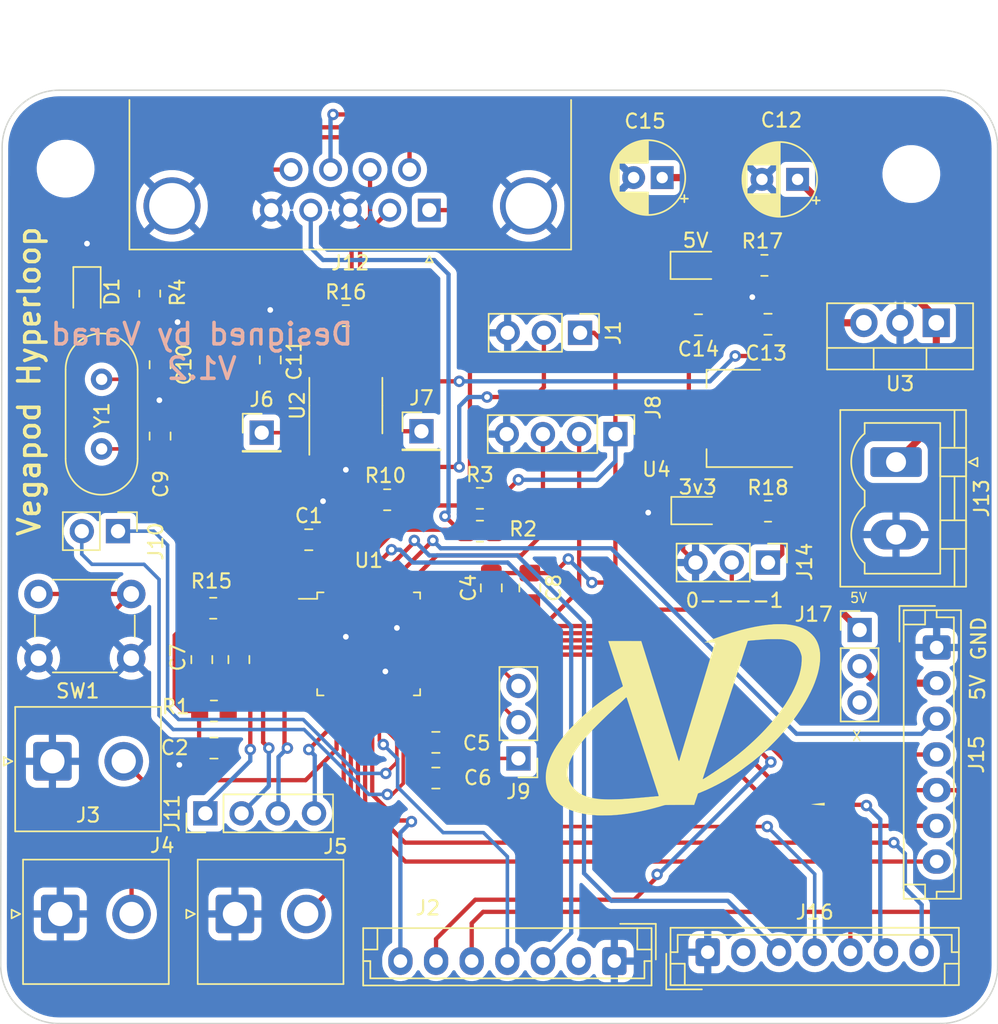
<source format=kicad_pcb>
(kicad_pcb (version 20211014) (generator pcbnew)
  (layers (0 "F.Cu" signal) (31 "B.Cu" signal) (34 "B.Paste" user) (35 "F.Paste" user) (36 "B.SilkS" user "B.Silkscreen") (37 "F.SilkS" user "F.Silkscreen") (38 "B.Mask" user) (39 "F.Mask" user) (44 "Edge.Cuts" user))
  (net 0 "")
  (net 1 "+3.3V")
  (net 2 "GND")
  (net 3 "/RESET")
  (net 4 "Net-(C9-Pad1)")
  (net 5 "/OSC_IN")
  (net 6 "+5V")
  (net 7 "+BATT")
  (net 8 "Net-(C14-Pad1)")
  (net 9 "Net-(D1-Pad2)")
  (net 10 "Net-(D5-Pad2)")
  (net 11 "Net-(D6-Pad2)")
  (net 12 "Net-(J1-Pad2)")
  (net 13 "/a15")
  (net 14 "/a12")
  (net 15 "/a11")
  (net 16 "/a8")
  (net 17 "/a9")
  (net 18 "/b0")
  (net 19 "/a10")
  (net 20 "/b1")
  (net 21 "/adc1")
  (net 22 "/adc2")
  (net 23 "/adc3")
  (net 24 "/CAN_Tx")
  (net 25 "/CAN_Rx")
  (net 26 "/pwm_a0")
  (net 27 "/pwm_a1")
  (net 28 "/pmw_a2")
  (net 29 "/pwm_a3")
  (net 30 "/MVCU_HBT")
  (net 31 "/CAN_L-")
  (net 32 "/I2C_SCL")
  (net 33 "/VCU_HBT")
  (net 34 "/CAN_H+")
  (net 35 "/I2C_SDA")
  (net 36 "Net-(R4-Pad2)")
  (net 37 "/BOOT0")
  (net 38 "/OSC_OUT")
  (net 40 "/uart3_tx")
  (net 41 "/uart3_rx")
  (net 42 "/sck")
  (net 43 "/miso")
  (net 44 "/mosi")
  (net 45 "/SWDIO")
  (net 46 "/SWCLK")
  (net 47 "/swo")
  (net 49 "/fault2")
  (net 50 "/rdy2")
  (net 51 "/a7")
  (net 53 "/fault1")
  (net 54 "/rdy1")
  (net 55 "Net-(J15-Pad2)")
  (footprint "Resistor_SMD:R_0805_2012Metric_Pad1.20x1.40mm_HandSolder" (layer "F.Cu") (at 148.7 92.5)
    (fp_text reference "R3")
    (fp_text value "1.5k" hide)
  )
  (footprint "Connector_JST:JST_EH_B7B-EH-A_1x07_P2.50mm_Vertical" (layer "F.Cu") (at 164.675 124.3)
    (fp_text reference "J16")
    (fp_text value "Conn_01x07_Male" hide)
  )
  (footprint "Connector_PinHeader_2.54mm:PinHeader_1x03_P2.54mm_Vertical" (layer "F.Cu") (at 155.725 80.9 -90)
    (fp_text reference "J1")
    (fp_text value "Conn_01x03_Male" hide)
  )
  (footprint "BluePill_slave:logo6" (layer "F.Cu") (at 162.875 108)
    (fp_text reference "G***" hide)
    (fp_text value "LOGO" hide)
  )
  (footprint "Capacitor_SMD:C_0805_2012Metric_Pad1.18x1.45mm_HandSolder" (layer "F.Cu") (at 152.2 98.775 -90)
    (fp_text reference "C8")
    (fp_text value "1uF" hide)
  )
  (footprint "Capacitor_SMD:C_0805_2012Metric_Pad1.18x1.45mm_HandSolder" (layer "F.Cu") (at 136.7 95.4)
    (fp_text reference "C1")
    (fp_text value "10uF" hide)
  )
  (footprint "Connector_PinHeader_2.54mm:PinHeader_1x04_P2.54mm_Vertical" (layer "F.Cu") (at 158.2 88 -90)
    (fp_text reference "J8")
    (fp_text value "Conn_01x04_Male" hide)
  )
  (footprint "Connector_JST:JST_NV_B02P-NV_1x02_P5.00mm_Vertical" (layer "F.Cu") (at 131.5225 121.625)
    (fp_text reference "J5")
    (fp_text value "Conn_01x02_Male" hide)
  )
  (footprint "Capacitor_SMD:C_0805_2012Metric_Pad1.18x1.45mm_HandSolder" (layer "F.Cu") (at 131.8 103.8 90)
    (fp_text reference "C3")
    (fp_text value "100nF" hide)
  )
  (footprint "Capacitor_SMD:C_0805_2012Metric_Pad1.18x1.45mm_HandSolder" (layer "F.Cu") (at 149.5 98.775 -90)
    (fp_text reference "C4")
    (fp_text value "100nF" hide)
  )
  (footprint "Connector_Phoenix_MSTB:PhoenixContact_MSTBVA_2,5_2-G-5,08_1x02_P5.08mm_Vertical" (layer "F.Cu") (at 177.8775 89.96 -90)
    (fp_text reference "J13")
    (fp_text value "Conn_01x02_Male" hide)
  )
  (footprint "Resistor_SMD:R_0805_2012Metric_Pad1.20x1.40mm_HandSolder" (layer "F.Cu") (at 130 100.2 180)
    (fp_text reference "R15")
    (fp_text value "10k" hide)
  )
  (footprint "Resistor_SMD:R_0805_2012Metric_Pad1.20x1.40mm_HandSolder" (layer "F.Cu") (at 142.2 92.6 180)
    (fp_text reference "R10")
    (fp_text value "10k" hide)
  )
  (footprint "Connector_PinHeader_2.54mm:PinHeader_1x01_P2.54mm_Vertical" (layer "F.Cu") (at 133.4 87.9)
    (fp_text reference "J6")
    (fp_text value "Conn_01x01_Male" hide)
  )
  (footprint "Resistor_SMD:R_0805_2012Metric_Pad1.20x1.40mm_HandSolder" (layer "F.Cu") (at 125.55 78.15 90)
    (fp_text reference "R4")
    (fp_text value "1.5k" hide)
  )
  (footprint "Capacitor_SMD:C_0805_2012Metric_Pad1.18x1.45mm_HandSolder" (layer "F.Cu") (at 129.2 103.8 90)
    (fp_text reference "C7")
    (fp_text value "100nF" hide)
  )
  (footprint "Package_QFP:LQFP-48_7x7mm_P0.5mm" (layer "F.Cu") (at 140.9 102.7)
    (fp_text reference "U1")
    (fp_text value "STM32F103C8Tx")
  )
  (footprint "Connector_PinHeader_2.54mm:PinHeader_1x01_P2.54mm_Vertical" (layer "F.Cu") (at 144.6 87.8)
    (fp_text reference "J7")
    (fp_text value "Conn_01x01_Male" hide)
  )
  (footprint "Resistor_SMD:R_0805_2012Metric_Pad1.20x1.40mm_HandSolder" (layer "F.Cu") (at 139.3 79.7)
    (fp_text reference "R16")
    (fp_text value "1.5k" hide)
  )
  (footprint "LED_SMD:LED_0805_2012Metric_Pad1.15x1.40mm_HandSolder" (layer "F.Cu") (at 163.925 76.175)
    (fp_text reference "5V")
    (fp_text value "LED" hide)
  )
  (footprint "Resistor_SMD:R_0805_2012Metric_Pad1.20x1.40mm_HandSolder" (layer "F.Cu") (at 168.65 76.175)
    (fp_text reference "R17")
    (fp_text value "1.5k" hide)
  )
  (footprint "Resistor_SMD:R_0805_2012Metric_Pad1.20x1.40mm_HandSolder" (layer "F.Cu") (at 130.05 107.4 180)
    (fp_text reference "R1")
    (fp_text value "10k" hide)
  )
  (footprint "Connector_PinHeader_2.54mm:PinHeader_1x02_P2.54mm_Vertical" (layer "F.Cu") (at 123.325 94.8 -90)
    (fp_text reference "J10")
    (fp_text value "Conn_01x02_Male" hide)
  )
  (footprint "Resistor_SMD:R_0805_2012Metric_Pad1.20x1.40mm_HandSolder" (layer "F.Cu") (at 148.7 94.8)
    (fp_text reference "R2")
    (fp_text value "1.5k" hide)
  )
  (footprint "Connector_JST:JST_NV_B02P-NV_1x02_P5.00mm_Vertical" (layer "F.Cu") (at 118.725 110.925)
    (fp_text reference "J3")
    (fp_text value "Conn_01x02_Male" hide)
  )
  (footprint "Connector_JST:JST_EH_B7B-EH-A_1x07_P2.50mm_Vertical" (layer "F.Cu") (at 180.725 102.95 -90)
    (fp_text reference "J15")
    (fp_text value "Conn_01x07_Male" hide)
  )
  (footprint "Package_SO:SOIC-8_3.9x4.9mm_P1.27mm" (layer "F.Cu") (at 139.3 86 90)
    (fp_text reference "U2")
    (fp_text value "MCP2551-I-SN" hide)
  )
  (footprint "MountingHole:MountingHole_3.2mm_M3" (layer "F.Cu") (at 119.65 69.4)
    (fp_text reference "REF**" hide)
    (fp_text value "MountingHole_3.2mm_M3" hide)
  )
  (footprint "Resistor_SMD:R_0805_2012Metric_Pad1.20x1.40mm_HandSolder" (layer "F.Cu") (at 168.9 93.4)
    (fp_text reference "R18")
    (fp_text value "1.5k" hide)
  )
  (footprint "Connector_PinHeader_2.54mm:PinHeader_1x04_P2.54mm_Vertical" (layer "F.Cu") (at 129.45 114.575 90)
    (fp_text reference "J11")
    (fp_text value "Conn_01x04_Male" hide)
  )
  (footprint "Connector_JST:JST_NV_B02P-NV_1x02_P5.00mm_Vertical" (layer "F.Cu") (at 119.275 121.625)
    (fp_text reference "J4")
    (fp_text value "Conn_01x02_Male" hide)
  )
  (footprint "LED_SMD:LED_0805_2012Metric_Pad1.15x1.40mm_HandSolder" (layer "F.Cu") (at 121.15 78.15 -90)
    (fp_text reference "D1")
    (fp_text value "LED" hide)
  )
  (footprint "Connector_Dsub:DSUB-9_Male_Horizontal_P2.77x2.84mm_EdgePinOffset4.94mm_Housed_MountingHolesOffset7.48mm" (layer "F.Cu") (at 145.15 72.305331 180)
    (fp_text reference "J12")
    (fp_text value "DB9_Male_MountingHoles" hide)
  )
  (footprint "Capacitor_SMD:C_0805_2012Metric_Pad1.18x1.45mm_HandSolder" (layer "F.Cu") (at 168.9 80.3 180)
    (fp_text reference "C13")
    (fp_text value "22uF" hide)
  )
  (footprint "Capacitor_SMD:C_0805_2012Metric_Pad1.18x1.45mm_HandSolder" (layer "F.Cu") (at 126.275 83.1375 -90)
    (fp_text reference "C10")
    (fp_text value "30pF" hide)
  )
  (footprint "Capacitor_SMD:C_0805_2012Metric_Pad1.18x1.45mm_HandSolder" (layer "F.Cu") (at 126.275 88.1375 90)
    (fp_text reference "C9")
    (fp_text value "30pF" hide)
  )
  (footprint "Connector_PinHeader_2.54mm:PinHeader_1x03_P2.54mm_Vertical" (layer "F.Cu") (at 168.9 97 -90)
    (fp_text reference "J14")
    (fp_text value "Conn_01x03_Male" hide)
  )
  (footprint "Capacitor_THT:CP_Radial_D5.0mm_P2.50mm" (layer "F.Cu") (at 170.975 70.15 180)
    (fp_text reference "C12")
    (fp_text value "22uF" hide)
  )
  (footprint "LED_SMD:LED_0805_2012Metric_Pad1.15x1.40mm_HandSolder" (layer "F.Cu") (at 163.9775 93.36)
    (fp_text reference "3v3")
    (fp_text value "LED" hide)
  )
  (footprint "MountingHole:MountingHole_3.2mm_M3" (layer "F.Cu") (at 178.95 69.775)
    (fp_text reference "REF**" hide)
    (fp_text value "MountingHole_3.2mm_M3" hide)
  )
  (footprint "Button_Switch_THT:SW_PUSH_6mm_H5mm" (layer "F.Cu") (at 124.25 103.7 180)
    (fp_text reference "SW1")
    (fp_text value "SW_Push" hide)
  )
  (footprint "Capacitor_SMD:C_0805_2012Metric_Pad1.18x1.45mm_HandSolder" (layer "F.Cu") (at 130.05 110)
    (fp_text reference "C2")
    (fp_text value "100nF" hide)
  )
  (footprint "Capacitor_THT:CP_Radial_D5.0mm_P2.00mm" (layer "F.Cu") (at 161.480113 70.025 180)
    (fp_text reference "C15")
    (fp_text value "22uF" hide)
  )
  (footprint "Capacitor_SMD:C_0805_2012Metric_Pad1.18x1.45mm_HandSolder" (layer "F.Cu") (at 134 82.8 -90)
    (fp_text reference "C11")
    (fp_text value "10uF" hide)
  )
  (footprint "Crystal:Crystal_HC49-U_Vertical" (layer "F.Cu") (at 122.175 89.0375 90)
    (fp_text reference "Y1")
    (fp_text value "Crystal" hide)
  )
  (footprint "Package_TO_SOT_SMD:SOT-223-3_TabPin2" (layer "F.Cu") (at 166.5 86.9 180)
    (fp_text reference "U4")
    (fp_text value "AMS1117-3.3" hide)
  )
  (footprint "Capacitor_SMD:C_0805_2012Metric_Pad1.18x1.45mm_HandSolder" (layer "F.Cu") (at 145.6125 109.6 180)
    (fp_text reference "C5")
    (fp_text value "100nF" hide)
  )
  (footprint "Connector_PinHeader_2.54mm:PinHeader_1x03_P2.54mm_Vertical" (layer "F.Cu") (at 151.4 110.725 180)
    (fp_text reference "J9")
    (fp_text value "Conn_01x03_Male" hide)
  )
  (footprint "Package_TO_SOT_THT:TO-220-3_Vertical" (layer "F.Cu") (at 180.7 80.2 180)
    (fp_text reference "U3")
    (fp_text value "LM7805_TO220" hide)
  )
  (footprint "Connector_JST:JST_EH_B7B-EH-A_1x07_P2.50mm_Vertical" (layer "F.Cu") (at 158.125 124.925 180)
    (fp_text reference "J2")
    (fp_text value "Conn_01x07_Male" hide)
  )
  (footprint "Capacitor_SMD:C_0805_2012Metric_Pad1.18x1.45mm_HandSolder" (layer "F.Cu") (at 145.6125 112.1 180)
    (fp_text reference "C6")
    (fp_text value "100nF" hide)
  )
  (footprint "Capacitor_SMD:C_0805_2012Metric_Pad1.18x1.45mm_HandSolder" (layer "F.Cu") (at 164.0225 80.34)
    (fp_text reference "C14")
    (fp_text value "22uF" hide)
  )
  (footprint "Connector_PinHeader_2.54mm:PinHeader_1x03_P2.54mm_Vertical" (layer "F.Cu") (at 175.325 101.725)
    (fp_text reference "J17")
    (fp_text value "Conn_01x03_Male" hide)
  )
  (gr_line (start 181 63.9) (end 119.2 63.9) (layer "Edge.Cuts") (width 0.1))
  (gr_arc (start 181 63.9) (mid 183.828427 65.071573) (end 185 67.9) (layer "Edge.Cuts") (width 0.1))
  (gr_arc (start 115.2 67.9) (mid 116.371573 65.071573) (end 119.2 63.9) (layer "Edge.Cuts") (width 0.1))
  (gr_line (start 119.2 129.3) (end 181 129.3) (layer "Edge.Cuts") (width 0.1))
  (gr_line (start 115.2 67.9) (end 115.1 125.2) (layer "Edge.Cuts") (width 0.1))
  (gr_line (start 185 125.3) (end 185 67.9) (layer "Edge.Cuts") (width 0.1))
  (gr_arc (start 119.2 129.3) (mid 116.300862 128.099138) (end 115.1 125.2) (layer "Edge.Cuts") (width 0.1))
  (gr_arc (start 185 125.3) (mid 183.828427 128.128427) (end 181 129.3) (layer "Edge.Cuts") (width 0.1))
  (gr_text "Designed by Varad\nV1.2" (at 129.2 82.2) (layer "B.SilkS") (effects (font (size 1.5 1.5) (thickness 0.25)) (justify mirror)))
  (gr_text "0----1\n" (at 166.55 99.65) (layer "F.SilkS") (effects (font (size 1 1))))
  (gr_text "Vegapod Hyperloop" (at 117.1 84.3 90) (layer "F.SilkS") (effects (font (size 1.5 1.5) (thickness 0.25))))
  (gr_text "X" (at 175.125 109.15) (layer "F.SilkS") (effects (font (size 0.7 0.65) (thickness 0.1))))
  (gr_text "GND" (at 183.675 102.325 90) (layer "F.SilkS") (effects (font (size 1 1))))
  (gr_text "5V" (at 175.25 99.475) (layer "F.SilkS") (effects (font (size 0.7 0.65) (thickness 0.1))))
  (gr_text "5V" (at 183.6 105.75 90) (layer "F.SilkS") (effects (font (size 1 1))))
  (segment (start 132.7625 104.8375) (end 133.65 103.95) (width 0.3) (layer "F.Cu") (net 1))
  (segment (start 140.6 103.1) (end 140.6 101.3) (width 0.3) (layer "F.Cu") (net 1))
  (segment (start 145.0625 99.8375) (end 146.9375 97.9625) (width 0.3) (layer "F.Cu") (net 1))
  (segment (start 139.25 99.95) (end 136.7375 99.95) (width 0.3) (layer "F.Cu") (net 1))
  (segment (start 131.8 104.8375) (end 132.7625 104.8375) (width 0.3) (layer "F.Cu") (net 1))
  (segment (start 143.65 106.8625) (end 145.0625 106.8625) (width 0.3) (layer "F.Cu") (net 1))
  (segment (start 159.3 100.3) (end 158.2 99.2) (width 0.3) (layer "F.Cu") (net 1))
  (segment (start 155.725 80.9) (end 156.7 80.9) (width 0.3) (layer "F.Cu") (net 1))
  (segment (start 141.4 101.3) (end 141.4 102.2) (width 0.3) (layer "F.Cu") (net 1))
  (segment (start 136.7375 99.95) (end 135.6625 98.875) (width 0.3) (layer "F.Cu") (net 1))
  (segment (start 140.6 101.3) (end 141.4 101.3) (width 0.3) (layer "F.Cu") (net 1))
  (segment (start 141.4 101.5) (end 141.4 102.3) (width 0.3) (layer "F.Cu") (net 1))
  (segment (start 131.8 104.8375) (end 131.8 106.65) (width 0.3) (layer "F.Cu") (net 1))
  (segment (start 150.1 92.5) (end 151.4 91.2) (width 0.3) (layer "F.Cu") (net 1))
  (segment (start 140.6 101.3) (end 139.25 99.95) (width 0.3) (layer "F.Cu") (net 1))
  (segment (start 166.36 99.34) (end 165.4 100.3) (width 0.3) (layer "F.Cu") (net 1))
  (segment (start 135.6625 96.8625) (end 135.6625 95.4) (width 0.3) (layer "F.Cu") (net 1))
  (segment (start 156.7 80.9) (end 158.2 82.4) (width 0.3) (layer "F.Cu") (net 1))
  (segment (start 149.7 92.5) (end 150.1 92.5) (width 0.3) (layer "F.Cu") (net 1))
  (segment (start 141.4 102.3) (end 143.65 104.55) (width 0.3) (layer "F.Cu") (net 1))
  (segment (start 146.65 109.6) (end 146.65 112.1) (width 0.3) (layer "F.Cu") (net 1))
  (segment (start 153.912 97.7375) (end 152.2 97.7375) (width 0.3) (layer "F.Cu") (net 1))
  (segment (start 133.65 103.95) (end 136.7375 103.95) (width 0.3) (layer "F.Cu") (net 1))
  (segment (start 165.4 100.3) (end 159.3 100.3) (width 0.3) (layer "F.Cu") (net 1))
  (segment (start 166.36 97) (end 166.36 99.34) (width 0.3) (layer "F.Cu") (net 1))
  (segment (start 158.2 82.4) (end 158.2 88) (width 0.3) (layer "F.Cu") (net 1))
  (segment (start 139.75 103.95) (end 140.6 103.1) (width 0.3) (layer "F.Cu") (net 1))
  (segment (start 158.2 99.2) (end 158.2 88) (width 0.3) (layer "F.Cu") (net 1))
  (segment (start 135.6625 98.875) (end 135.6625 95.4) (width 0.3) (layer "F.Cu") (net 1))
  (segment (start 158.2 99.2) (end 157.4 98.4) (width 0.3) (layer "F.Cu") (net 1))
  (segment (start 149.5 97.7375) (end 152.2 97.7375) (width 0.3) (layer "F.Cu") (net 1))
  (segment (start 145.0625 106.8625) (end 146.65 108.45) (width 0.3) (layer "F.Cu") (net 1))
  (segment (start 146.9375 97.9625) (end 149.5 97.9625) (width 0.3) (layer "F.Cu") (net 1))
  (segment (start 149.7 92.5) (end 149.7 94.8) (width 0.3) (layer "F.Cu") (net 1))
  (segment (start 131.8 106.65) (end 131.05 107.4) (width 0.3) (layer "F.Cu") (net 1))
  (segment (start 142.75 99.95) (end 141.4 101.3) (width 0.3) (layer "F.Cu") (net 1))
  (segment (start 145.0625 99.95) (end 142.75 99.95) (width 0.3) (layer "F.Cu") (net 1))
  (segment (start 146.65 108.45) (end 146.65 109.6) (width 0.3) (layer "F.Cu") (net 1))
  (segment (start 129.2 104.8375) (end 131.8 104.8375) (width 0.3) (layer "F.Cu") (net 1))
  (segment (start 143.65 104.55) (end 143.65 106.8625) (width 0.3) (layer "F.Cu") (net 1))
  (segment (start 136.7375 103.95) (end 139.75 103.95) (width 0.3) (layer "F.Cu") (net 1))
  (segment (start 137.3375 98.5375) (end 135.6625 96.8625) (width 0.3) (layer "F.Cu") (net 1))
  (segment (start 154.9 96.7495) (end 153.912 97.7375) (width 0.3) (layer "F.Cu") (net 1))
  (segment (start 145.0625 99.95) (end 145.0625 99.8375) (width 0.3) (layer "F.Cu") (net 1))
  (segment (start 138.15 98.5375) (end 137.3375 98.5375) (width 0.3) (layer "F.Cu") (net 1))
  (segment (start 157.4 98.4) (end 156.5505 98.4) (width 0.3) (layer "F.Cu") (net 1))
  (via (at 154.9 96.7495) (size 0.8) (drill 0.4) (layers "F.Cu" "B.Cu") (net 1))
  (via (at 156.5505 98.4) (size 0.8) (drill 0.4) (layers "F.Cu" "B.Cu") (net 1))
  (via (at 151.4 91.2) (size 0.8) (drill 0.4) (layers "F.Cu" "B.Cu") (net 1))
  (segment (start 156.9 91.2) (end 158.2 89.9) (width 0.3) (layer "B.Cu") (net 1))
  (segment (start 151.4 91.2) (end 156.9 91.2) (width 0.3) (layer "B.Cu") (net 1))
  (segment (start 154.9 96.7495) (end 156.5505 98.4) (width 0.3) (layer "B.Cu") (net 1))
  (segment (start 158.2 89.9) (end 158.2 88) (width 0.3) (layer "B.Cu") (net 1))
  (segment (start 134 81.7625) (end 134 79.3) (width 0.3) (layer "F.Cu") (net 2))
  (segment (start 165.06 80.34) (end 167.8225 80.34) (width 0.3) (layer "F.Cu") (net 2))
  (segment (start 138.65 96.15) (end 138.65 98.5375) (width 0.3) (layer "F.Cu") (net 2))
  (segment (start 167.8625 78.4625) (end 167.8 78.4) (width 0.3) (layer "F.Cu") (net 2))
  (segment (start 142.879977 101.227129) (end 142.879977 101.579977) (width 0.3) (layer "F.Cu") (net 2))
  (segment (start 134 81.7625) (end 136.9625 81.7625) (width 0.3) (layer "F.Cu") (net 2))
  (segment (start 145.0625 100.45) (end 143.657106 100.45) (width 0.3) (layer "F.Cu") (net 2))
  (segment (start 169.65 89.95) (end 169.65 89.2) (width 0.3) (layer "F.Cu") (net 2))
  (segment (start 138.05 103.45) (end 139.3 102.2) (width 0.3) (layer "F.Cu") (net 2))
  (segment (start 163.8 78.7) (end 164.4 78.7) (width 0.25) (layer "F.Cu") (net 2))
  (segment (start 147.25 100.45) (end 147.8875 99.8125) (width 0.3) (layer "F.Cu") (net 2))
  (segment (start 126.275 81.375) (end 127.5 80.15) (width 0.25) (layer "F.Cu") (net 2))
  (segment (start 137.7375 92.7375) (end 137.7 92.7) (width 0.3) (layer "F.Cu") (net 2))
  (segment (start 163.82 97) (end 162.9525 96.1325) (width 0.3) (layer "F.Cu") (net 2))
  (segment (start 129.6625 111.425) (end 131.0875 110) (width 0.25) (layer "F.Cu") (net 2))
  (segment (start 143.15 108.45) (end 143.725 109.025) (width 0.3) (layer "F.Cu") (net 2))
  (segment (start 138.665 89.865) (end 139.3 90.5) (width 0.3) (layer "F.Cu") (net 2))
  (segment (start 167.8625 80.3) (end 167.8625 78.4625) (width 0.3) (layer "F.Cu") (net 2))
  (segment (start 143.15 106.8625) (end 143.15 105.35) (width 0.3) (layer "F.Cu") (net 2))
  (segment (start 145.0625 100.45) (end 147.25 100.45) (width 0.3) (layer "F.Cu") (net 2))
  (segment (start 121.15 74.65) (end 121.15 77.125) (width 0.25) (layer "F.Cu") (net 2))
  (segment (start 133.65 103.45) (end 136.7375 103.45) (width 0.3) (layer "F.Cu") (net 2))
  (segment (start 167.8225 80.34) (end 167.8625 80.3) (width 0.3) (layer "F.Cu") (net 2))
  (segment (start 168.3 91.3) (end 169.65 89.95) (width 0.3) (layer "F.Cu") (net 2))
  (segment (start 163.15 78.05) (end 163.8 78.7) (width 0.25) (layer "F.Cu") (net 2))
  (segment (start 137.7375 95.4) (end 137.7375 92.7375) (width 0.3) (layer "F.Cu") (net 2))
  (segment (start 160.64 93.36) (end 160.5 93.5) (width 0.3) (layer "F.Cu") (net 2))
  (segment (start 143.15 106.8625) (end 143.15 108.45) (width 0.3) (layer "F.Cu") (net 2))
  (segment (start 143.15 105.35) (end 142.429977 104.629977) (width 0.3) (layer "F.Cu") (net 2))
  (segment (start 126.275 82.1) (end 126.275 81.375) (width 0.25) (layer "F.Cu") (net 2))
  (segment (start 149.5 99.8125) (end 152.2 99.8125) (width 0.3) (layer "F.Cu") (net 2))
  (segment (start 164.4 78.7) (end 165.06 79.36) (width 0.25) (layer "F.Cu") (net 2))
  (segment (start 163.9 91.3) (end 168.3 91.3) (width 0.3) (layer "F.Cu") (net 2))
  (segment (start 126.275 85.675) (end 126.225 85.625) (width 0.3) (layer "F.Cu") (net 2))
  (segment (start 143.657106 100.45) (end 142.879977 101.227129) (width 0.3) (layer "F.Cu") (net 2))
  (segment (start 144.575 109.6) (end 144.575 112.1) (width 0.3) (layer "F.Cu") (net 2))
  (segment (start 143.6625 108.95) (end 144.3125 109.6) (width 0.3) (layer "F.Cu") (net 2))
  (segment (start 147.8875 99.8125) (end 149.5 99.8125) (width 0.3) (layer "F.Cu") (net 2))
  (segment (start 126.275 87.1) (end 126.275 85.675) (width 0.3) (layer "F.Cu") (net 2))
  (segment (start 127.625 111.175) (end 127.875 111.425) (width 0.25) (layer "F.Cu") (net 2))
  (segment (start 165.06 79.36) (end 165.06 80.34) (width 0.25) (layer "F.Cu") (net 2))
  (segment (start 136.9625 81.7625) (end 137.395 82.195) (width 0.3) (layer "F.Cu") (net 2))
  (segment (start 131.8 102.7625) (end 132.9625 102.7625) (width 0.3) (layer "F.Cu") (net 2))
  (segment (start 137.9 95.4) (end 138.65 96.15) (width 0.3) (layer "F.Cu") (net 2))
  (segment (start 162.9525 93.36) (end 160.64 93.36) (width 0.3) (layer "F.Cu") (net 2))
  (segment (start 127.875 111.425) (end 129.6625 111.425) (width 0.25) (layer "F.Cu") (net 2))
  (segment (start 144.3125 109.6) (end 144.575 109.6) (width 0.3) (layer "F.Cu") (net 2))
  (segment (start 132.9625 102.7625) (end 133.65 103.45) (width 0.3) (layer "F.Cu") (net 2))
  (segment (start 138.665 88.475) (end 138.665 89.865) (width 0.3) (layer "F.Cu") (net 2))
  (segment (start 162.9525 92.2475) (end 163.9 91.3) (width 0.3) (layer "F.Cu") (net 2))
  (segment (start 162.9525 96.1325) (end 162.9525 93.36) (width 0.3) (layer "F.Cu") (net 2))
  (segment (start 142.429977 104.629977) (end 142.070023 104.629977) (width 0.3) (layer "F.Cu") (net 2))
  (segment (start 136.7375 103.45) (end 138.05 103.45) (width 0.3) (layer "F.Cu") (net 2))
  (segment (start 162.9525 93.36) (end 162.9525 92.2475) (width 0.3) (layer "F.Cu") (net 2))
  (segment (start 137.395 82.195) (end 137.395 83.525) (width 0.3) (layer "F.Cu") (net 2))
  (segment (start 129.2 102.7625) (end 131.8 102.7625) (width 0.3) (layer "F.Cu") (net 2))
  (segment (start 163.15 76.2) (end 163.15 78.05) (width 0.25) (layer "F.Cu") (net 2))
  (segment (start 137.7375 95.4) (end 137.9 95.4) (width 0.3) (layer "F.Cu") (net 2))
  (via (at 160.5 93.5) (size 0.8) (drill 0.4) (layers "F.Cu" "B.Cu") (net 2))
  (via (at 142.879977 101.579977) (size 0.8) (drill 0.4) (layers "F.Cu" "B.Cu") (net 2))
  (via (at 121.15 74.65) (size 0.8) (drill 0.4) (layers "F.Cu" "B.Cu") (net 2))
  (via (at 139.3 90.5) (size 0.8) (drill 0.4) (layers "F.Cu" "B.Cu") (net 2))
  (via (at 126.225 85.625) (size 0.8) (drill 0.4) (layers "F.Cu" "B.Cu") (net 2))
  (via (at 137.7 92.7) (size 0.8) (drill 0.4) (layers "F.Cu" "B.Cu") (net 2))
  (via (at 127.625 111.175) (size 0.8) (drill 0.4) (layers "F.Cu" "B.Cu") (net 2))
  (via (at 139.3 102.2) (size 0.8) (drill 0.4) (layers "F.Cu" "B.Cu") (net 2))
  (via (at 142.070023 104.629977) (size 0.8) (drill 0.4) (layers "F.Cu" "B.Cu") (net 2))
  (via (at 167.8 78.4) (size 0.8) (drill 0.4) (layers "F.Cu" "B.Cu") (net 2))
  (via (at 134 79.3) (size 0.8) (drill 0.4) (layers "F.Cu" "B.Cu") (net 2))
  (via (at 127.5 80.15) (size 0.8) (drill 0.4) (layers "F.Cu" "B.Cu") (net 2))
  (segment (start 127.3 106.8) (end 127.9 107.4) (width 0.3) (layer "F.Cu") (net 3))
  (segment (start 127.9 101.5) (end 127.3 102.1) (width 0.3) (layer "F.Cu") (net 3))
  (segment (start 129.0125 110) (end 126.675 110) (width 0.3) (layer "F.Cu") (net 3))
  (segment (start 121.3 104.625) (end 121.3 102.15) (width 0.3) (layer "F.Cu") (net 3))
  (segment (start 121.3 102.15) (end 124.25 99.2) (width 0.3) (layer "F.Cu") (net 3))
  (segment (start 117.75 99.2) (end 124.25 99.2) (width 0.3) (layer "F.Cu") (net 3))
  (segment (start 136.7375 102.95) (end 134.15 102.95) (width 0.3) (layer "F.Cu") (net 3))
  (segment (start 126.675 110) (end 121.3 104.625) (width 0.3) (layer "F.Cu") (net 3))
  (segment (start 129.0125 110) (end 129.0125 107.4375) (width 0.3) (layer "F.Cu") (net 3))
  (segment (start 132.7 101.5) (end 127.9 101.5) (width 0.3) (layer "F.Cu") (net 3))
  (segment (start 127.9 107.4) (end 129.05 107.4) (width 0.3) (layer "F.Cu") (net 3))
  (segment (start 129.0125 107.4375) (end 129.05 107.4) (width 0.3) (layer "F.Cu") (net 3))
  (segment (start 127.3 102.1) (end 127.3 106.8) (width 0.3) (layer "F.Cu") (net 3))
  (segment (start 134.15 102.95) (end 132.7 101.5) (width 0.3) (layer "F.Cu") (net 3))
  (segment (start 127.825 99.025) (end 127.825 90.2) (width 0.25) (layer "F.Cu") (net 4))
  (segment (start 121.875 89.0375) (end 126.1375 89.0375) (width 0.25) (layer "F.Cu") (net 4))
  (segment (start 129 100.2) (end 127.825 99.025) (width 0.25) (layer "F.Cu") (net 4))
  (segment (start 126.1375 89.0375) (end 126.275 89.175) (width 0.25) (layer "F.Cu") (net 4))
  (segment (start 127.825 90.2) (end 126.8 89.175) (width 0.25) (layer "F.Cu") (net 4))
  (segment (start 126.8 89.175) (end 126.275 89.175) (width 0.25) (layer "F.Cu") (net 4))
  (segment (start 127.775 84.175) (end 126.275 84.175) (width 0.3) (layer "F.Cu") (net 5))
  (segment (start 132.5 99.7) (end 128.775 95.975) (width 0.3) (layer "F.Cu") (net 5))
  (segment (start 134.757106 101.95) (end 132.507106 99.7) (width 0.3) (layer "F.Cu") (net 5))
  (segment (start 132.507106 99.7) (end 132.5 99.7) (width 0.3) (layer "F.Cu") (net 5))
  (segment (start 126.2575 84.1575) (end 126.275 84.175) (width 0.25) (layer "F.Cu") (net 5))
  (segment (start 128.775 95.975) (end 128.775 85.175) (width 0.3) (layer "F.Cu") (net 5))
  (segment (start 128.775 85.175) (end 127.775 84.175) (width 0.3) (layer "F.Cu") (net 5))
  (segment (start 136.7375 101.95) (end 134.757106 101.95) (width 0.3) (layer "F.Cu") (net 5))
  (segment (start 121.875 84.1575) (end 126.2575 84.1575) (width 0.25) (layer "F.Cu") (net 5))
  (segment (start 134 84) (end 135.8 85.8) (width 0.3) (layer "F.Cu") (net 6))
  (segment (start 172.55 98.95) (end 172.55 85.15) (width 0.5) (layer "F.Cu") (net 6))
  (segment (start 169.65 76.15) (end 169.65 76.175) (width 0.5) (layer "F.Cu") (net 6))
  (segment (start 172 84.6) (end 169.65 84.6) (width 0.5) (layer "F.Cu") (net 6))
  (segment (start 132.834669 69.465331) (end 132 70.3) (width 0.3) (layer "F.Cu") (net 6))
  (segment (start 132.4375 83.8375) (end 134 83.8375) (width 0.3) (layer "F.Cu") (net 6))
  (segment (start 134 83.8375) (end 134 84) (width 0.3) (layer "F.Cu") (net 6))
  (segment (start 167.925 82.525) (end 166.6 82.525) (width 0.3) (layer "F.Cu") (net 6))
  (segment (start 132 70.3) (end 132 83.4) (width 0.3) (layer "F.Cu") (net 6))
  (segment (start 170.0375 80.2) (end 175.62 80.2) (width 0.5) (layer "F.Cu") (net 6))
  (segment (start 139.935 88.475) (end 139.935 87.165) (width 0.3) (layer "F.Cu") (net 6))
  (segment (start 172.55 85.15) (end 172 84.6) (width 0.5) (layer "F.Cu") (net 6))
  (segment (start 169.65 75.925) (end 169.65 76.175) (width 0.5) (layer "F.Cu") (net 6))
  (segment (start 139.935 86.635) (end 139.935 88.475) (width 0.3) (layer "F.Cu") (net 6))
  (segment (start 161.480113 70.025) (end 163.75 70.025) (width 0.5) (layer "F.Cu") (net 6))
  (segment (start 169.9375 80.3) (end 170.0375 80.2) (width 0.5) (layer "F.Cu") (net 6))
  (segment (start 135.8 85.8) (end 139.1 85.8) (width 0.3) (layer "F.Cu") (net 6))
  (segment (start 132 83.4) (end 132.4375 83.8375) (width 0.3) (layer "F.Cu") (net 6))
  (segment (start 139.935 87.165) (end 141.2 85.9) (width 0.3) (layer "F.Cu") (net 6))
  (segment (start 142.8 84.3) (end 147.2495 84.3) (width 0.3) (layer "F.Cu") (net 6))
  (segment (start 169.9375 84.3125) (end 169.65 84.6) (width 0.5) (layer "F.Cu") (net 6))
  (segment (start 169.65 80.0125) (end 169.9375 80.3) (width 0.5) (layer "F.Cu") (net 6))
  (segment (start 175.325 101.725) (end 172.55 98.95) (width 0.5) (layer "F.Cu") (net 6))
  (segment (start 169.9375 80.3) (end 169.9375 84.3125) (width 0.5) (layer "F.Cu") (net 6))
  (segment (start 139.1 85.8) (end 139.935 86.635) (width 0.3) (layer "F.Cu") (net 6))
  (segment (start 141.2 85.9) (end 142.8 84.3) (width 0.3) (layer "F.Cu") (net 6))
  (segment (start 135.455 69.465331) (end 132.834669 69.465331) (width 0.3) (layer "F.Cu") (net 6))
  (segment (start 163.75 70.025) (end 169.65 75.925) (width 0.5) (layer "F.Cu") (net 6))
  (segment (start 169.65 84.6) (end 169.65 84.25) (width 0.3) (layer "F.Cu") (net 6))
  (segment (start 169.65 84.25) (end 167.925 82.525) (width 0.3) (layer "F.Cu") (net 6))
  (segment (start 169.65 76.175) (end 169.65 80.0125) (width 0.5) (layer "F.Cu") (net 6))
  (via (at 166.6 82.525) (size 0.8) (drill 0.4) (layers "F.Cu" "B.Cu") (net 6))
  (via (at 147.2495 84.3) (size 0.8) (drill 0.4) (layers "F.Cu" "B.Cu") (net 6))
  (segment (start 164.825 84.3) (end 147.2495 84.3) (width 0.3) (layer "B.Cu") (net 6))
  (segment (start 166.6 82.525) (end 164.825 84.3) (width 0.3) (layer "B.Cu") (net 6))
  (segment (start 180.7 87.1375) (end 180.7 80.2) (width 0.5) (layer "F.Cu") (net 7))
  (segment (start 180.7 79.875) (end 180.7 80.2) (width 0.5) (layer "F.Cu") (net 7))
  (segment (start 177.8775 89.96) (end 180.7 87.1375) (width 0.5) (layer "F.Cu") (net 7))
  (segment (start 170.975 70.15) (end 180.7 79.875) (width 0.5) (layer "F.Cu") (net 7))
  (segment (start 169.9 93.4) (end 171.6 91.7) (width 0.3) (layer "F.Cu") (net 8))
  (segment (start 163.35 86.9) (end 163.35 80.705) (width 0.3) (layer "F.Cu") (net 8))
  (segment (start 169.9 93.4) (end 169.9 96.4) (width 0.3) (layer "F.Cu") (net 8))
  (segment (start 169.9 96.4) (end 169.3 97) (width 0.3) (layer "F.Cu") (net 8))
  (segment (start 163.35 80.705) (end 162.985 80.34) (width 0.3) (layer "F.Cu") (net 8))
  (segment (start 171.6 91.7) (end 171.6 88.2) (width 0.3) (layer "F.Cu") (net 8))
  (segment (start 169.3 97) (end 168.9 97) (width 0.3) (layer "F.Cu") (net 8))
  (segment (start 170.3 86.9) (end 169.65 86.9) (width 0.3) (layer "F.Cu") (net 8))
  (segment (start 163.35 86.9) (end 169.65 86.9) (width 0.3) (layer "F.Cu") (net 8))
  (segment (start 171.6 88.2) (end 170.3 86.9) (width 0.3) (layer "F.Cu") (net 8))
  (segment (start 121.15 79.175) (end 125.525 79.175) (width 0.25) (layer "F.Cu") (net 9))
  (segment (start 125.525 79.175) (end 125.55 79.15) (width 0.25) (layer "F.Cu") (net 9))
  (segment (start 164.95 76.175) (end 167.65 76.175) (width 0.3) (layer "F.Cu") (net 10))
  (segment (start 165.0025 93.36) (end 167.86 93.36) (width 0.3) (layer "F.Cu") (net 11))
  (segment (start 167.86 93.36) (end 167.9 93.4) (width 0.3) (layer "F.Cu") (net 11))
  (segment (start 143.2 91) (end 143.2 92.6) (width 0.3) (layer "F.Cu") (net 12))
  (segment (start 153.185 80.9) (end 153.185 84.715) (width 0.3) (layer "F.Cu") (net 12))
  (segment (start 153.185 84.715) (end 153 84.9) (width 0.3) (layer "F.Cu") (net 12))
  (segment (start 152.5 85.4) (end 149.2 85.4) (width 0.3) (layer "F.Cu") (net 12))
  (segment (start 143.9 90.3) (end 143.2 91) (width 0.3) (layer "F.Cu") (net 12))
  (segment (start 153 84.9) (end 152.5 85.4) (width 0.3) (layer "F.Cu") (net 12))
  (segment (start 147.2505 90.3) (end 143.9 90.3) (width 0.3) (layer "F.Cu") (net 12))
  (via (at 147.2505 90.3) (size 0.8) (drill 0.4) (layers "F.Cu" "B.Cu") (net 12))
  (via (at 149.2 85.4) (size 0.8) (drill 0.4) (layers "F.Cu" "B.Cu") (net 12))
  (segment (start 147.2505 86.0495) (end 147.2505 90.3) (width 0.3) (layer "B.Cu") (net 12))
  (segment (start 149.2 85.4) (end 147.9 85.4) (width 0.3) (layer "B.Cu") (net 12))
  (segment (start 147.9 85.4) (end 147.6 85.7) (width 0.3) (layer "B.Cu") (net 12))
  (segment (start 147.6 85.7) (end 147.2505 86.0495) (width 0.3) (layer "B.Cu") (net 12))
  (segment (start 143.15 97.6995) (end 143.15 98.5375) (width 0.3) (layer "F.Cu") (net 13))
  (segment (start 145.4 95.4495) (end 143.15 97.6995) (width 0.3) (layer "F.Cu") (net 13))
  (via (at 145.4 95.4495) (size 0.8) (drill 0.4) (layers "F.Cu" "B.Cu") (net 13))
  (segment (start 145.9505 96) (end 157.9 96) (width 0.3) (layer "B.Cu") (net 13))
  (segment (start 179.675 109) (end 180.725 107.95) (width 0.3) (layer "B.Cu") (net 13))
  (segment (start 145.4 95.4495) (end 145.9505 96) (width 0.3) (layer "B.Cu") (net 13))
  (segment (start 157.9 96) (end 170.9 109) (width 0.3) (layer "B.Cu") (net 13))
  (segment (start 170.9 109) (end 179.675 109) (width 0.3) (layer "B.Cu") (net 13))
  (segment (start 161.95 101.45) (end 170.95 110.45) (width 0.3) (layer "F.Cu") (net 14))
  (segment (start 145.0625 101.45) (end 161.95 101.45) (width 0.3) (layer "F.Cu") (net 14))
  (segment (start 170.95 110.45) (end 180.725 110.45) (width 0.3) (layer "F.Cu") (net 14))
  (segment (start 182.1 112.95) (end 183.2 114.05) (width 0.3) (layer "F.Cu") (net 15))
  (segment (start 148.125 122.275) (end 148.125 124.925) (width 0.3) (layer "F.Cu") (net 15))
  (segment (start 175.825 121.475) (end 174.675 122.625) (width 0.3) (layer "F.Cu") (net 15))
  (segment (start 175.825 121.475) (end 148.925 121.475) (width 0.3) (layer "F.Cu") (net 15))
  (segment (start 174.675 122.625) (end 174.675 124.3) (width 0.3) (layer "F.Cu") (net 15))
  (segment (start 148.925 121.475) (end 148.125 122.275) (width 0.3) (layer "F.Cu") (net 15))
  (segment (start 172.15 112.95) (end 180.725 112.95) (width 0.3) (layer "F.Cu") (net 15))
  (segment (start 180.725 112.95) (end 182.1 112.95) (width 0.3) (layer "F.Cu") (net 15))
  (segment (start 161.15 101.95) (end 172.15 112.95) (width 0.3) (layer "F.Cu") (net 15))
  (segment (start 145.0625 101.95) (end 161.15 101.95) (width 0.3) (layer "F.Cu") (net 15))
  (segment (start 176.275 121.475) (end 175.825 121.475) (width 0.3) (layer "F.Cu") (net 15))
  (segment (start 183.2 114.05) (end 183.2 120.35) (width 0.3) (layer "F.Cu") (net 15))
  (segment (start 182.075 121.475) (end 176.275 121.475) (width 0.3) (layer "F.Cu") (net 15))
  (segment (start 183.2 120.35) (end 182.075 121.475) (width 0.3) (layer "F.Cu") (net 15))
  (segment (start 170.55 115.45) (end 180.725 115.45) (width 0.3) (layer "F.Cu") (net 16))
  (segment (start 145.0625 103.45) (end 158.55 103.45) (width 0.3) (layer "F.Cu") (net 16))
  (segment (start 158.55 103.45) (end 170.55 115.45) (width 0.3) (layer "F.Cu") (net 16))
  (segment (start 175.75 113.975) (end 175.8 114.025) (width 0.3) (layer "F.Cu") (net 17))
  (segment (start 159.797152 102.95) (end 162.973576 106.126424) (width 0.3) (layer "F.Cu") (net 17))
  (segment (start 162.973576 106.126424) (end 163.026424 106.126424) (width 0.3) (layer "F.Cu") (net 17))
  (segment (start 163.026424 106.126424) (end 170.875 113.975) (width 0.3) (layer "F.Cu") (net 17))
  (segment (start 170.875 113.975) (end 175.75 113.975) (width 0.3) (layer "F.Cu") (net 17))
  (segment (start 145.0625 102.95) (end 159.797152 102.95) (width 0.3) (layer "F.Cu") (net 17))
  (via (at 175.8 114.025) (size 0.8) (drill 0.4) (layers "F.Cu" "B.Cu") (net 17))
  (segment (start 177.175 124.3) (end 176.775 123.9) (width 0.3) (layer "B.Cu") (net 17))
  (segment (start 176.775 115) (end 175.8 114.025) (width 0.3) (layer "B.Cu") (net 17))
  (segment (start 176.775 123.9) (end 176.775 115) (width 0.3) (layer "B.Cu") (net 17))
  (segment (start 140.65 113.825) (end 140.65 106.8625) (width 0.3) (layer "F.Cu") (net 18))
  (segment (start 177.7245 116.625) (end 143.45 116.625) (width 0.3) (layer "F.Cu") (net 18))
  (segment (start 143.45 116.625) (end 140.65 113.825) (width 0.3) (layer "F.Cu") (net 18))
  (via (at 177.7245 116.625) (size 0.8) (drill 0.4) (layers "F.Cu" "B.Cu") (net 18))
  (segment (start 178.5 117.4005) (end 178.5 119.8) (width 0.3) (layer "B.Cu") (net 18))
  (segment (start 177.7245 116.625) (end 178.5 117.4005) (width 0.3) (layer "B.Cu") (net 18))
  (segment (start 178.5 119.8) (end 179.675 120.975) (width 0.3) (layer "B.Cu") (net 18))
  (segment (start 179.675 120.975) (end 179.675 124.3) (width 0.3) (layer "B.Cu") (net 18))
  (segment (start 161.125 119.025) (end 159.525 120.625) (width 0.3) (layer "F.Cu") (net 19))
  (segment (start 160.575 102.45) (end 145.0625 102.45) (width 0.3) (layer "F.Cu") (net 19))
  (segment (start 160.575 102.45) (end 169.1 110.975) (width 0.3) (layer "F.Cu") (net 19))
  (segment (start 148.375 120.625) (end 145.625 123.375) (width 0.3) (layer "F.Cu") (net 19))
  (segment (start 145.625 123.375) (end 145.625 124.925) (width 0.3) (layer "F.Cu") (net 19))
  (segment (start 159.525 120.625) (end 148.375 120.625) (width 0.3) (layer "F.Cu") (net 19))
  (segment (start 161.125 118.85) (end 161.125 119.025) (width 0.3) (layer "F.Cu") (net 19))
  (via (at 161.125 118.85) (size 0.8) (drill 0.4) (layers "F.Cu" "B.Cu") (net 19))
  (via (at 169.1 110.975) (size 0.8) (drill 0.4) (layers "F.Cu" "B.Cu") (net 19))
  (segment (start 169.1 110.975) (end 161.225 118.85) (width 0.3) (layer "B.Cu") (net 19))
  (segment (start 161.225 118.85) (end 161.125 118.85) (width 0.3) (layer "B.Cu") (net 19))
  (segment (start 141.15 113.25) (end 141.15 106.8625) (width 0.3) (layer "F.Cu") (net 20))
  (segment (start 142.975 115.075) (end 141.15 113.25) (width 0.3) (layer "F.Cu") (net 20))
  (segment (start 143.825 115.075) (end 143.9 115.15) (width 0.3) (layer "F.Cu") (net 20))
  (segment (start 143.325 115.075) (end 142.975 115.075) (width 0.3) (layer "F.Cu") (net 20))
  (segment (start 143.325 115.075) (end 143.825 115.075) (width 0.3) (layer "F.Cu") (net 20))
  (via (at 143.9 115.15) (size 0.8) (drill 0.4) (layers "F.Cu" "B.Cu") (net 20))
  (segment (start 143.125 115.925) (end 143.125 124.925) (width 0.3) (layer "B.Cu") (net 20))
  (segment (start 143.9 115.15) (end 143.125 115.925) (width 0.3) (layer "B.Cu") (net 20))
  (segment (start 136.475 112.25) (end 125.05 112.25) (width 0.3) (layer "F.Cu") (net 21))
  (segment (start 125.05 112.25) (end 123.725 110.925) (width 0.3) (layer "F.Cu") (net 21))
  (segment (start 138.65 110.075) (end 136.475 112.25) (width 0.3) (layer "F.Cu") (net 21))
  (segment (start 138.65 106.8625) (end 138.65 110.075) (width 0.3) (layer "F.Cu") (net 21))
  (segment (start 124.85 117) (end 124.275 117.575) (width 0.3) (layer "F.Cu") (net 22))
  (segment (start 124.275 117.575) (end 124.275 121.625) (width 0.3) (layer "F.Cu") (net 22))
  (segment (start 139.15 106.8625) (end 139.15 116.225) (width 0.3) (layer "F.Cu") (net 22))
  (segment (start 138.375 117) (end 124.85 117) (width 0.3) (layer "F.Cu") (net 22))
  (segment (start 139.15 116.225) (end 138.375 117) (width 0.3) (layer "F.Cu") (net 22))
  (segment (start 139.65 106.8625) (end 139.65 118.4975) (width 0.3) (layer "F.Cu") (net 23))
  (segment (start 139.65 118.4975) (end 136.5225 121.625) (width 0.3) (layer "F.Cu") (net 23))
  (segment (start 137.395 89.895) (end 137.395 88.475) (width 0.3) (layer "F.Cu") (net 24))
  (segment (start 139.15 91.65) (end 137.395 89.895) (width 0.3) (layer "F.Cu") (net 24))
  (segment (start 133.4 87.9) (end 136.82 87.9) (width 0.25) (layer "F.Cu") (net 24))
  (segment (start 136.82 87.9) (end 137.395 88.475) (width 0.25) (layer "F.Cu") (net 24))
  (segment (start 139.15 98.5375) (end 139.15 91.65) (width 0.3) (layer "F.Cu") (net 24))
  (segment (start 141.205 88.475) (end 141.88 87.8) (width 0.3) (layer "F.Cu") (net 25))
  (segment (start 141.205 89.995) (end 141.205 88.475) (width 0.3) (layer "F.Cu") (net 25))
  (segment (start 139.65 98.5375) (end 139.65 91.55) (width 0.3) (layer "F.Cu") (net 25))
  (segment (start 139.65 91.55) (end 141.205 89.995) (width 0.3) (layer "F.Cu") (net 25))
  (segment (start 141.88 87.8) (end 144.6 87.8) (width 0.3) (layer "F.Cu") (net 25))
  (segment (start 136.7375 104.45) (end 134.75 104.45) (width 0.3) (layer "F.Cu") (net 26))
  (segment (start 132.6 106.6) (end 132.6 110.1) (width 0.3) (layer "F.Cu") (net 26))
  (segment (start 134.75 104.45) (end 132.6 106.6) (width 0.3) (layer "F.Cu") (net 26))
  (via (at 132.6 110.1) (size 0.8) (drill 0.4) (layers "F.Cu" "B.Cu") (net 26))
  (segment (start 132.6 110.1) (end 132.6 110.9) (width 0.3) (layer "B.Cu") (net 26))
  (segment (start 132.6 110.9) (end 129.7 113.8) (width 0.3) (layer "B.Cu") (net 26))
  (segment (start 136.7375 104.95) (end 135.15 104.95) (width 0.3) (layer "F.Cu") (net 27))
  (segment (start 135.15 104.95) (end 133.5 106.6) (width 0.3) (layer "F.Cu") (net 27))
  (segment (start 133.5 106.6) (end 133.5 109.6) (width 0.3) (layer "F.Cu") (net 27))
  (segment (start 133.5 109.6) (end 133.9 110) (width 0.3) (layer "F.Cu") (net 27))
  (via (at 133.9 110) (size 0.8) (drill 0.4) (layers "F.Cu" "B.Cu") (net 27))
  (segment (start 133.9 110) (end 133.9 112.65) (width 0.3) (layer "B.Cu") (net 27))
  (segment (start 133.875 112.7) (end 133.8 112.775) (width 0.3) (layer "B.Cu") (net 27))
  (segment (start 133.85 112.715) (end 131.99 114.575) (width 0.3) (layer "B.Cu") (net 27))
  (segment (start 133.9 112.65) (end 133.75 112.8) (width 0.3) (layer "B.Cu") (net 27))
  (segment (start 135 106.2) (end 135 109.8) (width 0.3) (layer "F.Cu") (net 28))
  (segment (start 135.75 105.45) (end 135 106.2) (width 0.3) (layer "F.Cu") (net 28))
  (segment (start 135 109.8) (end 135.2 110) (width 0.3) (layer "F.Cu") (net 28))
  (segment (start 136.7375 105.45) (end 135.75 105.45) (width 0.3) (layer "F.Cu") (net 28))
  (via (at 135.2 110) (size 0.8) (drill 0.4) (layers "F.Cu" "B.Cu") (net 28))
  (segment (start 134.58 110.62) (end 134.58 113.8) (width 0.3) (layer "B.Cu") (net 28))
  (segment (start 135.2 110) (end 134.58 110.62) (width 0.3) (layer "B.Cu") (net 28))
  (segment (start 138.15 108.65) (end 136.7 110.1) (width 0.3) (layer "F.Cu") (net 29))
  (segment (start 138.15 106.8625) (end 138.15 108.65) (width 0.3) (layer "F.Cu") (net 29))
  (via (at 136.7 110.1) (size 0.8) (drill 0.4) (layers "F.Cu" "B.Cu") (net 29))
  (segment (start 137.12 110.52) (end 137.12 113.8) (width 0.3) (layer "B.Cu") (net 29))
  (segment (start 136.7 110.1) (end 137.12 110.52) (width 0.3) (layer "B.Cu") (net 29))
  (segment (start 146.494669 72.305331) (end 145.15 72.305331) (width 0.3) (layer "F.Cu") (net 30))
  (segment (start 130 95.5) (end 130 68.4) (width 0.3) (layer "F.Cu") (net 30))
  (segment (start 144.8 66.5) (end 146.7 68.4) (width 0.3) (layer "F.Cu") (net 30))
  (segment (start 146.7 72.1) (end 146.494669 72.305331) (width 0.3) (layer "F.Cu") (net 30))
  (segment (start 135.45 100.95) (end 130 95.5) (width 0.3) (layer "F.Cu") (net 30))
  (segment (start 146.7 68.4) (end 146.7 72.1) (width 0.3) (layer "F.Cu") (net 30))
  (segment (start 130 68.4) (end 131.9 66.5) (width 0.3) (layer "F.Cu") (net 30))
  (segment (start 136.7375 100.95) (end 135.45 100.95) (width 0.3) (layer "F.Cu") (net 30))
  (segment (start 131.9 66.5) (end 144.8 66.5) (width 0.3) (layer "F.Cu") (net 30))
  (segment (start 140.9 73.785331) (end 142.38 72.305331) (width 0.3) (layer "F.Cu") (net 31))
  (segment (start 140.3 74.4) (end 140.9 73.8) (width 0.3) (layer "F.Cu") (net 31))
  (segment (start 139.935 80.065) (end 140.3 79.7) (width 0.3) (layer "F.Cu") (net 31))
  (segment (start 140.3 79.7) (end 140.3 74.4) (width 0.3) (layer "F.Cu") (net 31))
  (segment (start 139.935 83.525) (end 139.935 80.065) (width 0.3) (layer "F.Cu") (net 31))
  (segment (start 140.9 73.8) (end 140.9 73.785331) (width 0.3) (layer "F.Cu") (net 31))
  (segment (start 141.15 98.5375) (end 141.15 96.35) (width 0.3) (layer "F.Cu") (net 32))
  (segment (start 142.8 94.7) (end 147.6 94.7) (width 0.3) (layer "F.Cu") (net 32))
  (segment (start 146.25 93.75) (end 147.3 94.8) (width 0.3) (layer "F.Cu") (net 32))
  (segment (start 147.6 94.7) (end 147.7 94.8) (width 0.3) (layer "F.Cu") (net 32))
  (segment (start 141.15 96.35) (end 142.8 94.7) (width 0.3) (layer "F.Cu") (net 32))
  (segment (start 147.3 94.8) (end 147.7 94.8) (width 0.3) (layer "F.Cu") (net 32))
  (via (at 146.25 93.75) (size 0.8) (drill 0.4) (layers "F.Cu" "B.Cu") (net 32))
  (segment (start 136.84 74.94) (end 136.84 72.305331) (width 0.3) (layer "B.Cu") (net 32))
  (segment (start 137.7 75.8) (end 136.84 74.94) (width 0.3) (layer "B.Cu") (net 32))
  (segment (start 146.25 93.75) (end 146.5 93.5) (width 0.3) (layer "B.Cu") (net 32))
  (segment (start 146.5 93.5) (end 146.5 76.8) (width 0.3) (layer "B.Cu") (net 32))
  (segment (start 145.5 75.8) (end 137.7 75.8) (width 0.3) (layer "B.Cu") (net 32))
  (segment (start 146.5 76.8) (end 145.5 75.8) (width 0.3) (layer "B.Cu") (net 32))
  (segment (start 132.4 67.2) (end 143.1 67.2) (width 0.3) (layer "F.Cu") (net 33))
  (segment (start 143.765 67.935) (end 143.765 69.465331) (width 0.3) (layer "F.Cu") (net 33))
  (segment (start 130.9 68.7) (end 132.4 67.2) (width 0.3) (layer "F.Cu") (net 33))
  (segment (start 130.9 95.451041) (end 130.9 68.7) (width 0.3) (layer "F.Cu") (net 33))
  (segment (start 143.1 67.2) (end 143.8 67.9) (width 0.3) (layer "F.Cu") (net 33))
  (segment (start 143.8 67.9) (end 143.765 67.935) (width 0.3) (layer "F.Cu") (net 33))
  (segment (start 136.7375 100.45) (end 135.898959 100.45) (width 0.3) (layer "F.Cu") (net 33))
  (segment (start 135.898959 100.45) (end 130.9 95.451041) (width 0.3) (layer "F.Cu") (net 33))
  (segment (start 139.7 78.3) (end 139.7 74.1) (width 0.3) (layer "F.Cu") (net 34))
  (segment (start 138.665 80.065) (end 138.3 79.7) (width 0.3) (layer "F.Cu") (net 34))
  (segment (start 140.995 72.805) (end 140.995 69.465331) (width 0.3) (layer "F.Cu") (net 34))
  (segment (start 139.7 74.1) (end 140.995 72.805) (width 0.3) (layer "F.Cu") (net 34))
  (segment (start 138.3 79.7) (end 139.7 78.3) (width 0.3) (layer "F.Cu") (net 34))
  (segment (start 138.665 83.525) (end 138.665 80.065) (width 0.3) (layer "F.Cu") (net 34))
  (segment (start 140.65 98.5375) (end 140.65 96.05) (width 0.3) (layer "F.Cu") (net 35))
  (segment (start 144.175 93.95) (end 145.125 93) (width 0.3) (layer "F.Cu") (net 35))
  (segment (start 148 66.6) (end 147 65.6) (width 0.3) (layer "F.Cu") (net 35))
  (segment (start 145.125 93) (end 147.2 93) (width 0.3) (layer "F.Cu") (net 35))
  (segment (start 148 92.2) (end 148 66.6) (width 0.3) (layer "F.Cu") (net 35))
  (segment (start 147.2 93) (end 147.7 92.5) (width 0.3) (layer "F.Cu") (net 35))
  (segment (start 140.65 96.05) (end 142.75 93.95) (width 0.3) (layer "F.Cu") (net 35))
  (segment (start 147 65.6) (end 138.4 65.6) (width 0.3) (layer "F.Cu") (net 35))
  (segment (start 147.7 92.5) (end 148 92.2) (width 0.3) (layer "F.Cu") (net 35))
  (segment (start 142.75 93.95) (end 144.175 93.95) (width 0.3) (layer "F.Cu") (net 35))
  (via (at 138.4 65.6) (size 0.8) (drill 0.4) (layers "F.Cu" "B.Cu") (net 35))
  (segment (start 138.225 65.775) (end 138.225 69.465331) (width 0.3) (layer "B.Cu") (net 35))
  (segment (start 138.4 65.6) (end 138.225 65.775) (width 0.3) (layer "B.Cu") (net 35))
  (segment (start 126.525 77.15) (end 125.55 77.15) (width 0.25) (layer "F.Cu") (net 36))
  (segment (start 129.525 95.696751) (end 129.525 80.15) (width 0.25) (layer "F.Cu") (net 36))
  (segment (start 129.525 80.15) (end 126.525 77.15) (width 0.25) (layer "F.Cu") (net 36))
  (segment (start 136.7375 101.45) (end 135.278249 101.45) (width 0.25) (layer "F.Cu") (net 36))
  (segment (start 135.278249 101.45) (end 129.525 95.696751) (width 0.25) (layer "F.Cu") (net 36))
  (segment (start 141.2 94.3) (end 141.2 92.6) (width 0.3) (layer "F.Cu") (net 37))
  (segment (start 140.15 98.5375) (end 140.15 95.35) (width 0.3) (layer "F.Cu") (net 37))
  (segment (start 140.15 95.35) (end 141.2 94.3) (width 0.3) (layer "F.Cu") (net 37))
  (segment (start 134.55 102.45) (end 132.3 100.2) (width 0.3) (layer "F.Cu") (net 38))
  (segment (start 136.7375 102.45) (end 134.55 102.45) (width 0.3) (layer "F.Cu") (net 38))
  (segment (start 132.3 100.2) (end 131 100.2) (width 0.3) (layer "F.Cu") (net 38))
  (segment (start 142.875 109.483148) (end 142.15 108.758148) (width 0.25) (layer "F.Cu") (net 40))
  (segment (start 142.875 111) (end 142.875 109.483148) (width 0.25) (layer "F.Cu") (net 40))
  (segment (start 142.15 108.758148) (end 142.15 106.8625) (width 0.25) (layer "F.Cu") (net 40))
  (segment (start 142.1 111.775) (end 142.875 111) (width 0.25) (layer "F.Cu") (net 40))
  (via (at 142.1 111.775) (size 0.8) (drill 0.4) (layers "F.Cu" "B.Cu") (net 40))
  (segment (start 140.086396 111.775) (end 136.311396 108) (width 0.25) (layer "B.Cu") (net 40))
  (segment (start 126.8 107.225) (end 126.8 95.775) (width 0.25) (layer "B.Cu") (net 40))
  (segment (start 127.575 108) (end 126.8 107.225) (width 0.25) (layer "B.Cu") (net 40))
  (segment (start 125.825 94.8) (end 123.325 94.8) (width 0.25) (layer "B.Cu") (net 40))
  (segment (start 142.1 111.775) (end 140.086396 111.775) (width 0.25) (layer "B.Cu") (net 40))
  (segment (start 136.311396 108) (end 127.575 108) (width 0.25) (layer "B.Cu") (net 40))
  (segment (start 126.8 95.775) (end 125.825 94.8) (width 0.25) (layer "B.Cu") (net 40))
  (segment (start 142.65 108.621752) (end 142.65 106.8625) (width 0.25) (layer "F.Cu") (net 41))
  (segment (start 142.55565 113.245023) (end 143.325 112.475673) (width 0.25) (layer "F.Cu") (net 41))
  (segment (start 143.325 112.475673) (end 143.325 109.296752) (width 0.25) (layer "F.Cu") (net 41))
  (segment (start 142.204977 113.245023) (end 142.55565 113.245023) (width 0.25) (layer "F.Cu") (net 41))
  (segment (start 143.325 109.296752) (end 142.65 108.621752) (width 0.25) (layer "F.Cu") (net 41))
  (via (at 142.204977 113.245023) (size 0.8) (drill 0.4) (layers "F.Cu" "B.Cu") (net 41))
  (segment (start 140.920023 113.245023) (end 136.375 108.7) (width 0.25) (layer "B.Cu") (net 41))
  (segment (start 125.15 97.125) (end 121.5 97.125) (width 0.25) (layer "B.Cu") (net 41))
  (segment (start 120.785 96.41) (end 120.785 94.8) (width 0.25) (layer "B.Cu") (net 41))
  (segment (start 142.204977 113.245023) (end 140.920023 113.245023) (width 0.25) (layer "B.Cu") (net 41))
  (segment (start 126.2 98.175) (end 125.15 97.125) (width 0.25) (layer "B.Cu") (net 41))
  (segment (start 136.375 108.7) (end 127.2 108.7) (width 0.25) (layer "B.Cu") (net 41))
  (segment (start 126.2 107.7) (end 126.2 98.175) (width 0.25) (layer "B.Cu") (net 41))
  (segment (start 127.2 108.7) (end 126.2 107.7) (width 0.25) (layer "B.Cu") (net 41))
  (segment (start 121.5 97.125) (end 120.785 96.41) (width 0.25) (layer "B.Cu") (net 41))
  (segment (start 149.825 110.725) (end 151.4 110.725) (width 0.25) (layer "F.Cu") (net 42))
  (segment (start 146.75 104.95) (end 149.4 107.6) (width 0.25) (layer "F.Cu") (net 42))
  (segment (start 149.4 110.3) (end 149.825 110.725) (width 0.25) (layer "F.Cu") (net 42))
  (segment (start 149.4 107.6) (end 149.4 110.3) (width 0.25) (layer "F.Cu") (net 42))
  (segment (start 145.0625 104.95) (end 146.75 104.95) (width 0.25) (layer "F.Cu") (net 42))
  (segment (start 147.665 104.45) (end 151.4 108.185) (width 0.25) (layer "F.Cu") (net 43))
  (segment (start 145.0625 104.45) (end 147.665 104.45) (width 0.25) (layer "F.Cu") (net 43))
  (segment (start 145.0625 103.95) (end 149.705 103.95) (width 0.25) (layer "F.Cu") (net 44))
  (segment (start 149.705 103.95) (end 151.4 105.645) (width 0.25) (layer "F.Cu") (net 44))
  (segment (start 153.65 100.95) (end 155.66 98.94) (width 0.3) (layer "F.Cu") (net 45))
  (segment (start 155.66 98.94) (end 155.66 88) (width 0.3) (layer "F.Cu") (net 45))
  (segment (start 145.0625 100.95) (end 153.65 100.95) (width 0.3) (layer "F.Cu") (net 45))
  (segment (start 151.6 96.5) (end 153.12 94.98) (width 0.3) (layer "F.Cu") (net 46))
  (segment (start 145.6875 96.5) (end 151.6 96.5) (width 0.3) (layer "F.Cu") (net 46))
  (segment (start 153.12 94.98) (end 153.12 88) (width 0.3) (layer "F.Cu") (net 46))
  (segment (start 143.65 98.5375) (end 145.6875 96.5) (width 0.3) (layer "F.Cu") (net 46))
  (segment (start 141.65 96.95) (end 142.5 96.1) (width 0.3) (layer "F.Cu") (net 49))
  (segment (start 141.65 98.5375) (end 141.65 96.95) (width 0.3) (layer "F.Cu") (net 49))
  (via (at 142.5 96.1) (size 0.8) (drill 0.4) (layers "F.Cu" "B.Cu") (net 49))
  (segment (start 155.1 101.45) (end 150.65 97) (width 0.3) (layer "B.Cu") (net 49))
  (segment (start 153.125 124.925) (end 155.1 122.95) (width 0.3) (layer "B.Cu") (net 49))
  (segment (start 150.65 97) (end 144 97) (width 0.3) (layer "B.Cu") (net 49))
  (segment (start 144 97) (end 143.1 96.1) (width 0.3) (layer "B.Cu") (net 49))
  (segment (start 155.1 122.95) (end 155.1 101.45) (width 0.3) (layer "B.Cu") (net 49))
  (segment (start 143.1 96.1) (end 142.5 96.1) (width 0.3) (layer "B.Cu") (net 49))
  (segment (start 141.65 106.8625) (end 141.65 109.475) (width 0.25) (layer "F.Cu") (net 50))
  (segment (start 141.65 109.475) (end 141.925 109.75) (width 0.25) (layer "F.Cu") (net 50))
  (via (at 141.925 109.75) (size 0.8) (drill 0.4) (layers "F.Cu" "B.Cu") (net 50))
  (segment (start 142.929977 112.729977) (end 146.125 115.925) (width 0.25) (layer "B.Cu") (net 50))
  (segment (start 150.625 117.6) (end 150.625 124.925) (width 0.25) (layer "B.Cu") (net 50))
  (segment (start 146.125 115.925) (end 148.95 115.925) (width 0.25) (layer "B.Cu") (net 50))
  (segment (start 148.95 115.925) (end 150.625 117.6) (width 0.25) (layer "B.Cu") (net 50))
  (segment (start 141.925 109.75) (end 142.929977 110.754977) (width 0.25) (layer "B.Cu") (net 50))
  (segment (start 142.929977 110.754977) (end 142.929977 112.729977) (width 0.25) (layer "B.Cu") (net 50))
  (segment (start 140.15 106.8625) (end 140.15 114.625) (width 0.3) (layer "F.Cu") (net 51))
  (segment (start 140.15 114.625) (end 143.475 117.95) (width 0.3) (layer "F.Cu") (net 51))
  (segment (start 143.475 117.95) (end 180.725 117.95) (width 0.3) (layer "F.Cu") (net 51))
  (segment (start 144.1 95.560661) (end 142.15 97.510661) (width 0.3) (layer "F.Cu") (net 53))
  (segment (start 144.1 95.4495) (end 144.1 95.560661) (width 0.3) (layer "F.Cu") (net 53))
  (segment (start 142.15 97.510661) (end 142.15 98.5375) (width 0.3) (layer "F.Cu") (net 53))
  (via (at 144.1 95.4495) (size 0.8) (drill 0.4) (layers "F.Cu" "B.Cu") (net 53))
  (segment (start 157.925 120.7) (end 166.075 120.7) (width 0.3) (layer "B.Cu") (net 53))
  (segment (start 145.1505 96.5) (end 151.325 96.5) (width 0.3) (layer "B.Cu") (net 53))
  (segment (start 151.325 96.5) (end 156 101.175) (width 0.3) (layer "B.Cu") (net 53))
  (segment (start 166.075 120.7) (end 169.675 124.3) (width 0.3) (layer "B.Cu") (net 53))
  (segment (start 156 118.775) (end 157.925 120.7) (width 0.3) (layer "B.Cu") (net 53))
  (segment (start 156 101.175) (end 156 118.775) (width 0.3) (layer "B.Cu") (net 53))
  (segment (start 144.1 95.4495) (end 145.1505 96.5) (width 0.3) (layer "B.Cu") (net 53))
  (segment (start 145.0625 105.45) (end 145.275 105.45) (width 0.25) (layer "F.Cu") (net 54))
  (segment (start 145.275 105.45) (end 148.7 108.875) (width 0.25) (layer "F.Cu") (net 54))
  (segment (start 148.7 114.075) (end 150.125 115.5) (width 0.25) (layer "F.Cu") (net 54))
  (segment (start 148.7 108.875) (end 148.7 114.075) (width 0.25) (layer "F.Cu") (net 54))
  (segment (start 150.125 115.5) (end 168.85 115.5) (width 0.25) (layer "F.Cu") (net 54))
  (via (at 168.85 115.5) (size 0.8) (drill 0.4) (layers "F.Cu" "B.Cu") (net 54))
  (segment (start 168.85 115.5) (end 172.175 118.825) (width 0.25) (layer "B.Cu") (net 54))
  (segment (start 172.175 118.825) (end 172.175 124.3) (width 0.25) (layer "B.Cu") (net 54))
  (segment (start 175.325 104.265) (end 176.51 105.45) (width 0.5) (layer "F.Cu") (net 55))
  (segment (start 176.51 105.45) (end 180.725 105.45) (width 0.5) (layer "F.Cu") (net 55))
  (zone (net 2) (net_name "GND") (layer "B.Cu") (connect_pads (clearance 0.425)) (min_thickness 0.254) (fill yes (thermal_gap 0.508) (thermal_bridge_width 0.508))
    (polygon (pts (xy 185 129.3) (xy 115.05 129.3) (xy 115.05 63.9) (xy 185 63.9)))
  )
)
</source>
